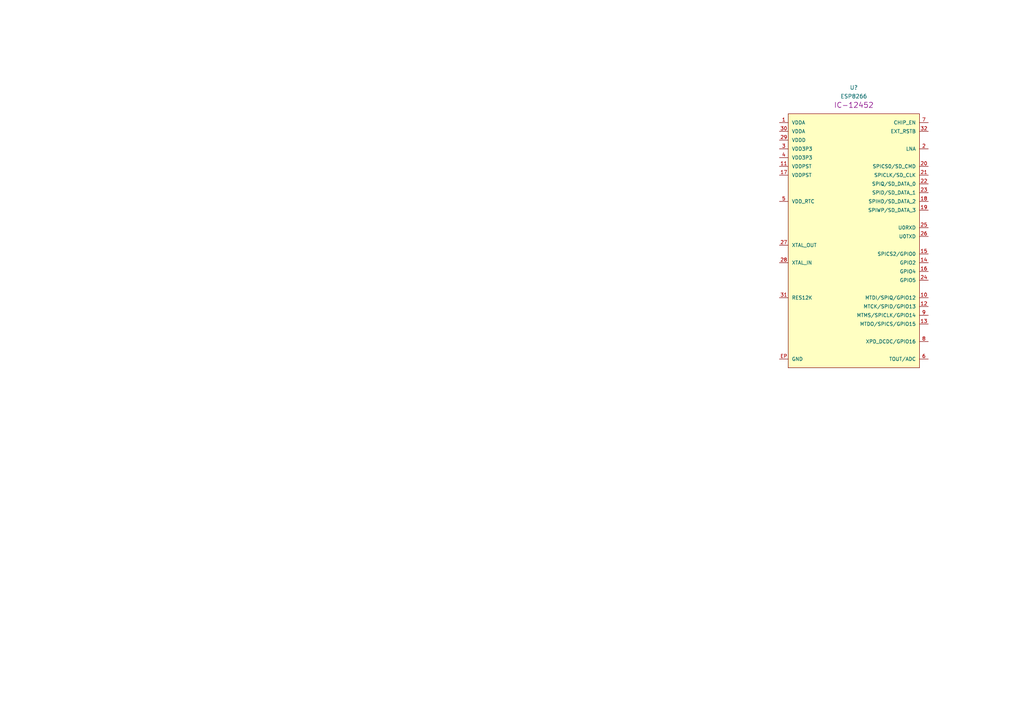
<source format=kicad_sch>
(kicad_sch (version 20210126) (generator eeschema)
  (paper "A4")
  (lib_symbols
    (symbol "SparkFun-RF:ESP8266" (pin_names (offset 1.016))
      (property "Reference" "U" (at -19.05 39.37 0))
      (property "Value" "ESP8266" (at -19.05 -38.1 0))
      (property "Field4" "IC-12452" (at 0 41.91 0))
      (symbol "ESP8266_1_1"
        (polyline (pts (xy -19.05 38.1) (xy 19.05 38.1) (xy 19.05 -35.56) (xy -19.05 -35.56) (xy -19.05 38.1)) (fill (type background)))
        (pin bidirectional line (at -21.59 35.56 0) (length 2.54) (name "VDDA") (number "1"))
        (pin bidirectional line (at 21.59 27.94 180) (length 2.54) (name "LNA") (number "2"))
        (pin bidirectional line (at -21.59 27.94 0) (length 2.54) (name "VDD3P3") (number "3"))
        (pin bidirectional line (at -21.59 25.4 0) (length 2.54) (name "VDD3P3") (number "4"))
        (pin bidirectional line (at -21.59 12.7 0) (length 2.54) (name "VDD_RTC") (number "5"))
        (pin bidirectional line (at 21.59 -33.02 180) (length 2.54) (name "TOUT/ADC") (number "6"))
        (pin bidirectional line (at 21.59 35.56 180) (length 2.54) (name "CHIP_EN") (number "7"))
        (pin bidirectional line (at 21.59 -27.94 180) (length 2.54) (name "XPD_DCDC/GPIO16") (number "8"))
        (pin bidirectional line (at 21.59 -20.32 180) (length 2.54) (name "MTMS/SPICLK/GPIO14") (number "9"))
        (pin bidirectional line (at 21.59 -15.24 180) (length 2.54) (name "MTDI/SPIQ/GPIO12") (number "10"))
        (pin bidirectional line (at 21.59 22.86 180) (length 2.54) (name "SPICS0/SD_CMD") (number "20"))
        (pin bidirectional line (at -21.59 33.02 0) (length 2.54) (name "VDDA") (number "30"))
        (pin bidirectional line (at -21.59 22.86 0) (length 2.54) (name "VDDPST") (number "11"))
        (pin bidirectional line (at 21.59 20.32 180) (length 2.54) (name "SPICLK/SD_CLK") (number "21"))
        (pin bidirectional line (at -21.59 -15.24 0) (length 2.54) (name "RES12K") (number "31"))
        (pin bidirectional line (at 21.59 -17.78 180) (length 2.54) (name "MTCK/SPID/GPIO13") (number "12"))
        (pin bidirectional line (at 21.59 17.78 180) (length 2.54) (name "SPIQ/SD_DATA_0") (number "22"))
        (pin bidirectional line (at 21.59 33.02 180) (length 2.54) (name "EXT_RSTB") (number "32"))
        (pin bidirectional line (at 21.59 -22.86 180) (length 2.54) (name "MTDO/SPICS/GPIO15") (number "13"))
        (pin bidirectional line (at 21.59 15.24 180) (length 2.54) (name "SPID/SD_DATA_1") (number "23"))
        (pin bidirectional line (at 21.59 -5.08 180) (length 2.54) (name "GPIO2") (number "14"))
        (pin bidirectional line (at 21.59 -10.16 180) (length 2.54) (name "GPIO5") (number "24"))
        (pin bidirectional line (at 21.59 -2.54 180) (length 2.54) (name "SPICS2/GPIO0") (number "15"))
        (pin bidirectional line (at 21.59 5.08 180) (length 2.54) (name "U0RXD") (number "25"))
        (pin bidirectional line (at 21.59 -7.62 180) (length 2.54) (name "GPIO4") (number "16"))
        (pin bidirectional line (at 21.59 2.54 180) (length 2.54) (name "U0TXD") (number "26"))
        (pin bidirectional line (at -21.59 20.32 0) (length 2.54) (name "VDDPST") (number "17"))
        (pin bidirectional line (at -21.59 0 0) (length 2.54) (name "XTAL_OUT") (number "27"))
        (pin bidirectional line (at 21.59 12.7 180) (length 2.54) (name "SPIHD/SD_DATA_2") (number "18"))
        (pin bidirectional line (at -21.59 -5.08 0) (length 2.54) (name "XTAL_IN") (number "28"))
        (pin bidirectional line (at 21.59 10.16 180) (length 2.54) (name "SPIWP/SD_DATA_3") (number "19"))
        (pin bidirectional line (at -21.59 30.48 0) (length 2.54) (name "VDDD") (number "29"))
        (pin bidirectional line (at -21.59 -33.02 0) (length 2.54) (name "GND") (number "EP"))
      )
    )
  )
  (symbol (lib_id "SparkFun-RF:ESP8266") (at 247.65 71.12 0) (unit 1)
    (property "Reference" "U?" (at 247.65 25.4 0) (effects (font (size 1.143 1.143))))
    (property "Value" "ESP8266" (at 247.65 27.94 0) (effects (font (size 1.143 1.143))))
    (property "Footprint" "QFN-32" (effects hide))
    (property "Field4" "IC-12452" (at 247.65 30.48 0) (effects (font (size 1.524 1.524))))
  )
)
</source>
